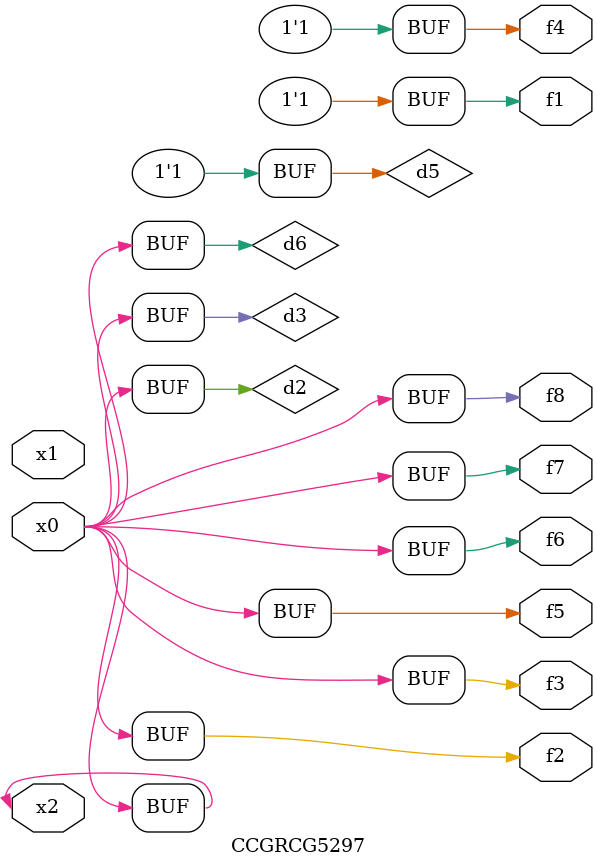
<source format=v>
module CCGRCG5297(
	input x0, x1, x2,
	output f1, f2, f3, f4, f5, f6, f7, f8
);

	wire d1, d2, d3, d4, d5, d6;

	xnor (d1, x2);
	buf (d2, x0, x2);
	and (d3, x0);
	xnor (d4, x1, x2);
	nand (d5, d1, d3);
	buf (d6, d2, d3);
	assign f1 = d5;
	assign f2 = d6;
	assign f3 = d6;
	assign f4 = d5;
	assign f5 = d6;
	assign f6 = d6;
	assign f7 = d6;
	assign f8 = d6;
endmodule

</source>
